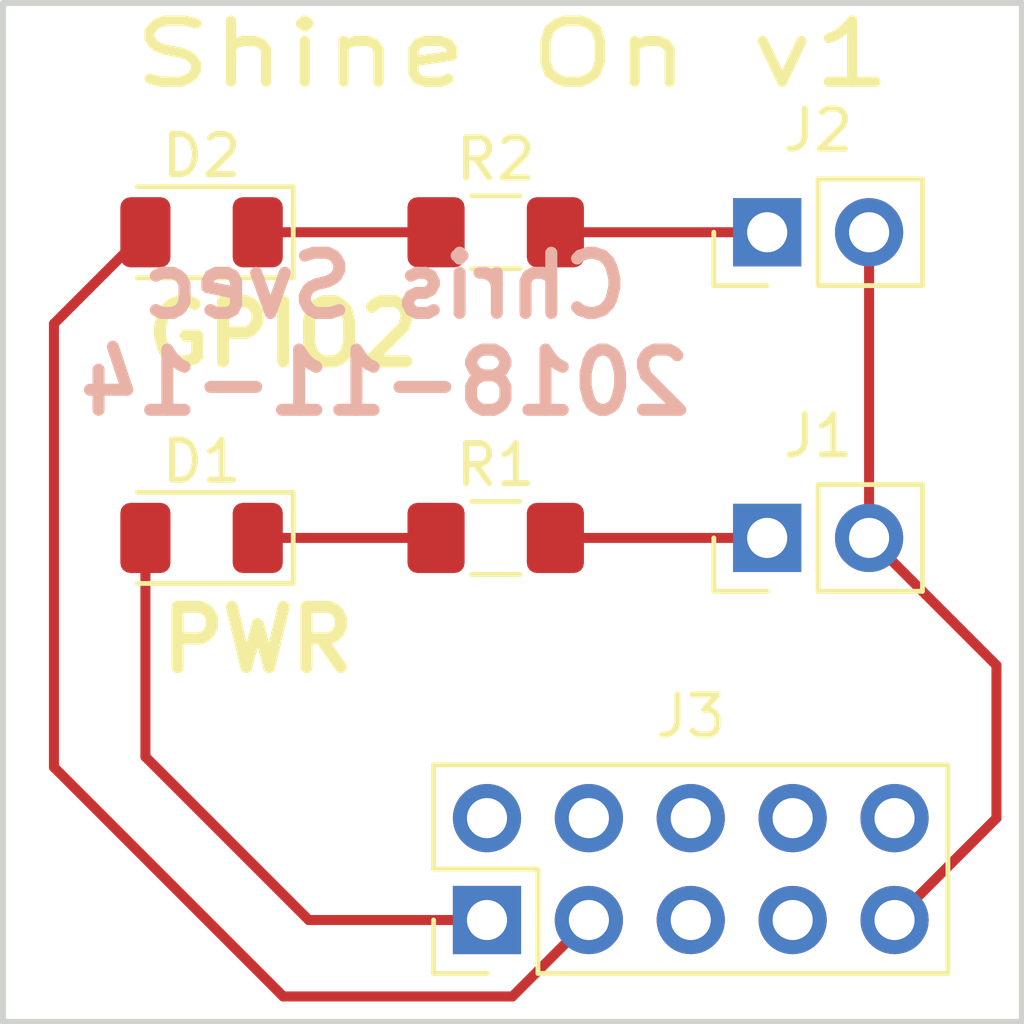
<source format=kicad_pcb>
(kicad_pcb (version 20171130) (host pcbnew "(5.0.1-3-g963ef8bb5)")

  (general
    (thickness 1.6)
    (drawings 8)
    (tracks 16)
    (zones 0)
    (modules 7)
    (nets 15)
  )

  (page A4)
  (layers
    (0 F.Cu signal)
    (31 B.Cu signal)
    (32 B.Adhes user)
    (33 F.Adhes user)
    (34 B.Paste user)
    (35 F.Paste user)
    (36 B.SilkS user)
    (37 F.SilkS user)
    (38 B.Mask user)
    (39 F.Mask user)
    (40 Dwgs.User user)
    (41 Cmts.User user)
    (42 Eco1.User user)
    (43 Eco2.User user)
    (44 Edge.Cuts user)
    (45 Margin user)
    (46 B.CrtYd user)
    (47 F.CrtYd user)
    (48 B.Fab user)
    (49 F.Fab user)
  )

  (setup
    (last_trace_width 0.25)
    (trace_clearance 0.2)
    (zone_clearance 0.508)
    (zone_45_only no)
    (trace_min 0.2)
    (segment_width 0.2)
    (edge_width 0.15)
    (via_size 0.8)
    (via_drill 0.4)
    (via_min_size 0.4)
    (via_min_drill 0.3)
    (uvia_size 0.3)
    (uvia_drill 0.1)
    (uvias_allowed no)
    (uvia_min_size 0.2)
    (uvia_min_drill 0.1)
    (pcb_text_width 0.3)
    (pcb_text_size 1.5 1.5)
    (mod_edge_width 0.15)
    (mod_text_size 1 1)
    (mod_text_width 0.15)
    (pad_size 1.524 1.524)
    (pad_drill 0.762)
    (pad_to_mask_clearance 0.051)
    (solder_mask_min_width 0.25)
    (aux_axis_origin 0 0)
    (visible_elements FFFFFF7F)
    (pcbplotparams
      (layerselection 0x010fc_ffffffff)
      (usegerberextensions false)
      (usegerberattributes false)
      (usegerberadvancedattributes false)
      (creategerberjobfile false)
      (excludeedgelayer true)
      (linewidth 0.100000)
      (plotframeref false)
      (viasonmask false)
      (mode 1)
      (useauxorigin false)
      (hpglpennumber 1)
      (hpglpenspeed 20)
      (hpglpendiameter 15.000000)
      (psnegative false)
      (psa4output false)
      (plotreference true)
      (plotvalue true)
      (plotinvisibletext false)
      (padsonsilk false)
      (subtractmaskfromsilk false)
      (outputformat 1)
      (mirror false)
      (drillshape 1)
      (scaleselection 1)
      (outputdirectory ""))
  )

  (net 0 "")
  (net 1 "Net-(D1-Pad1)")
  (net 2 "Net-(D1-Pad2)")
  (net 3 "Net-(D2-Pad2)")
  (net 4 "Net-(D2-Pad1)")
  (net 5 "Net-(J1-Pad2)")
  (net 6 "Net-(J2-Pad1)")
  (net 7 "Net-(J1-Pad1)")
  (net 8 "Net-(J3-Pad2)")
  (net 9 "Net-(J3-Pad4)")
  (net 10 "Net-(J3-Pad5)")
  (net 11 "Net-(J3-Pad6)")
  (net 12 "Net-(J3-Pad7)")
  (net 13 "Net-(J3-Pad8)")
  (net 14 "Net-(J3-Pad10)")

  (net_class Default "This is the default net class."
    (clearance 0.2)
    (trace_width 0.25)
    (via_dia 0.8)
    (via_drill 0.4)
    (uvia_dia 0.3)
    (uvia_drill 0.1)
    (add_net "Net-(D1-Pad1)")
    (add_net "Net-(D1-Pad2)")
    (add_net "Net-(D2-Pad1)")
    (add_net "Net-(D2-Pad2)")
    (add_net "Net-(J1-Pad1)")
    (add_net "Net-(J1-Pad2)")
    (add_net "Net-(J2-Pad1)")
    (add_net "Net-(J3-Pad10)")
    (add_net "Net-(J3-Pad2)")
    (add_net "Net-(J3-Pad4)")
    (add_net "Net-(J3-Pad5)")
    (add_net "Net-(J3-Pad6)")
    (add_net "Net-(J3-Pad7)")
    (add_net "Net-(J3-Pad8)")
  )

  (module LED_SMD:LED_1206_3216Metric (layer F.Cu) (tedit 5BECD7EA) (tstamp 5BF816E3)
    (at 144.65 121.285 180)
    (descr "LED SMD 1206 (3216 Metric), square (rectangular) end terminal, IPC_7351 nominal, (Body size source: http://www.tortai-tech.com/upload/download/2011102023233369053.pdf), generated with kicad-footprint-generator")
    (tags diode)
    (path /5BEB9201)
    (attr smd)
    (fp_text reference D1 (at 0 1.905 180) (layer F.SilkS)
      (effects (font (size 1 1) (thickness 0.15)))
    )
    (fp_text value LED (at 0 1.82 180) (layer F.Fab) hide
      (effects (font (size 1 1) (thickness 0.15)))
    )
    (fp_line (start 1.6 -0.8) (end -1.2 -0.8) (layer F.Fab) (width 0.1))
    (fp_line (start -1.2 -0.8) (end -1.6 -0.4) (layer F.Fab) (width 0.1))
    (fp_line (start -1.6 -0.4) (end -1.6 0.8) (layer F.Fab) (width 0.1))
    (fp_line (start -1.6 0.8) (end 1.6 0.8) (layer F.Fab) (width 0.1))
    (fp_line (start 1.6 0.8) (end 1.6 -0.8) (layer F.Fab) (width 0.1))
    (fp_line (start 1.6 -1.135) (end -2.285 -1.135) (layer F.SilkS) (width 0.12))
    (fp_line (start -2.285 -1.135) (end -2.285 1.135) (layer F.SilkS) (width 0.12))
    (fp_line (start -2.285 1.135) (end 1.6 1.135) (layer F.SilkS) (width 0.12))
    (fp_line (start -2.28 1.12) (end -2.28 -1.12) (layer F.CrtYd) (width 0.05))
    (fp_line (start -2.28 -1.12) (end 2.28 -1.12) (layer F.CrtYd) (width 0.05))
    (fp_line (start 2.28 -1.12) (end 2.28 1.12) (layer F.CrtYd) (width 0.05))
    (fp_line (start 2.28 1.12) (end -2.28 1.12) (layer F.CrtYd) (width 0.05))
    (fp_text user %R (at 0 0 180) (layer F.Fab)
      (effects (font (size 0.8 0.8) (thickness 0.12)))
    )
    (pad 1 smd roundrect (at -1.4 0 180) (size 1.25 1.75) (layers F.Cu F.Paste F.Mask) (roundrect_rratio 0.2)
      (net 1 "Net-(D1-Pad1)"))
    (pad 2 smd roundrect (at 1.4 0 180) (size 1.25 1.75) (layers F.Cu F.Paste F.Mask) (roundrect_rratio 0.2)
      (net 2 "Net-(D1-Pad2)"))
    (model ${KISYS3DMOD}/LED_SMD.3dshapes/LED_1206_3216Metric.wrl
      (at (xyz 0 0 0))
      (scale (xyz 1 1 1))
      (rotate (xyz 0 0 0))
    )
  )

  (module LED_SMD:LED_1206_3216Metric (layer F.Cu) (tedit 5BECD80A) (tstamp 5BF816F6)
    (at 144.65 113.665 180)
    (descr "LED SMD 1206 (3216 Metric), square (rectangular) end terminal, IPC_7351 nominal, (Body size source: http://www.tortai-tech.com/upload/download/2011102023233369053.pdf), generated with kicad-footprint-generator")
    (tags diode)
    (path /5BEB9358)
    (attr smd)
    (fp_text reference D2 (at 0 1.905 180) (layer F.SilkS)
      (effects (font (size 1 1) (thickness 0.15)))
    )
    (fp_text value LED (at 0 1.82 180) (layer F.Fab) hide
      (effects (font (size 1 1) (thickness 0.15)))
    )
    (fp_text user %R (at 0 0 180) (layer F.Fab)
      (effects (font (size 0.8 0.8) (thickness 0.12)))
    )
    (fp_line (start 2.28 1.12) (end -2.28 1.12) (layer F.CrtYd) (width 0.05))
    (fp_line (start 2.28 -1.12) (end 2.28 1.12) (layer F.CrtYd) (width 0.05))
    (fp_line (start -2.28 -1.12) (end 2.28 -1.12) (layer F.CrtYd) (width 0.05))
    (fp_line (start -2.28 1.12) (end -2.28 -1.12) (layer F.CrtYd) (width 0.05))
    (fp_line (start -2.285 1.135) (end 1.6 1.135) (layer F.SilkS) (width 0.12))
    (fp_line (start -2.285 -1.135) (end -2.285 1.135) (layer F.SilkS) (width 0.12))
    (fp_line (start 1.6 -1.135) (end -2.285 -1.135) (layer F.SilkS) (width 0.12))
    (fp_line (start 1.6 0.8) (end 1.6 -0.8) (layer F.Fab) (width 0.1))
    (fp_line (start -1.6 0.8) (end 1.6 0.8) (layer F.Fab) (width 0.1))
    (fp_line (start -1.6 -0.4) (end -1.6 0.8) (layer F.Fab) (width 0.1))
    (fp_line (start -1.2 -0.8) (end -1.6 -0.4) (layer F.Fab) (width 0.1))
    (fp_line (start 1.6 -0.8) (end -1.2 -0.8) (layer F.Fab) (width 0.1))
    (pad 2 smd roundrect (at 1.4 0 180) (size 1.25 1.75) (layers F.Cu F.Paste F.Mask) (roundrect_rratio 0.2)
      (net 3 "Net-(D2-Pad2)"))
    (pad 1 smd roundrect (at -1.4 0 180) (size 1.25 1.75) (layers F.Cu F.Paste F.Mask) (roundrect_rratio 0.2)
      (net 4 "Net-(D2-Pad1)"))
    (model ${KISYS3DMOD}/LED_SMD.3dshapes/LED_1206_3216Metric.wrl
      (at (xyz 0 0 0))
      (scale (xyz 1 1 1))
      (rotate (xyz 0 0 0))
    )
  )

  (module Connector_PinHeader_2.54mm:PinHeader_1x02_P2.54mm_Vertical (layer F.Cu) (tedit 5BECD7DB) (tstamp 5BF8170C)
    (at 158.75 121.285 90)
    (descr "Through hole straight pin header, 1x02, 2.54mm pitch, single row")
    (tags "Through hole pin header THT 1x02 2.54mm single row")
    (path /5BEC9AF5)
    (fp_text reference J1 (at 2.54 1.27 180) (layer F.SilkS)
      (effects (font (size 1 1) (thickness 0.15)))
    )
    (fp_text value Conn_01x02 (at 0 4.87 90) (layer F.Fab) hide
      (effects (font (size 1 1) (thickness 0.15)))
    )
    (fp_line (start -0.635 -1.27) (end 1.27 -1.27) (layer F.Fab) (width 0.1))
    (fp_line (start 1.27 -1.27) (end 1.27 3.81) (layer F.Fab) (width 0.1))
    (fp_line (start 1.27 3.81) (end -1.27 3.81) (layer F.Fab) (width 0.1))
    (fp_line (start -1.27 3.81) (end -1.27 -0.635) (layer F.Fab) (width 0.1))
    (fp_line (start -1.27 -0.635) (end -0.635 -1.27) (layer F.Fab) (width 0.1))
    (fp_line (start -1.33 3.87) (end 1.33 3.87) (layer F.SilkS) (width 0.12))
    (fp_line (start -1.33 1.27) (end -1.33 3.87) (layer F.SilkS) (width 0.12))
    (fp_line (start 1.33 1.27) (end 1.33 3.87) (layer F.SilkS) (width 0.12))
    (fp_line (start -1.33 1.27) (end 1.33 1.27) (layer F.SilkS) (width 0.12))
    (fp_line (start -1.33 0) (end -1.33 -1.33) (layer F.SilkS) (width 0.12))
    (fp_line (start -1.33 -1.33) (end 0 -1.33) (layer F.SilkS) (width 0.12))
    (fp_line (start -1.8 -1.8) (end -1.8 4.35) (layer F.CrtYd) (width 0.05))
    (fp_line (start -1.8 4.35) (end 1.8 4.35) (layer F.CrtYd) (width 0.05))
    (fp_line (start 1.8 4.35) (end 1.8 -1.8) (layer F.CrtYd) (width 0.05))
    (fp_line (start 1.8 -1.8) (end -1.8 -1.8) (layer F.CrtYd) (width 0.05))
    (fp_text user %R (at 0 1.27 180) (layer F.Fab)
      (effects (font (size 1 1) (thickness 0.15)))
    )
    (pad 1 thru_hole rect (at 0 0 90) (size 1.7 1.7) (drill 1) (layers *.Cu *.Mask)
      (net 7 "Net-(J1-Pad1)"))
    (pad 2 thru_hole oval (at 0 2.54 90) (size 1.7 1.7) (drill 1) (layers *.Cu *.Mask)
      (net 5 "Net-(J1-Pad2)"))
    (model ${KISYS3DMOD}/Connector_PinHeader_2.54mm.3dshapes/PinHeader_1x02_P2.54mm_Vertical.wrl
      (at (xyz 0 0 0))
      (scale (xyz 1 1 1))
      (rotate (xyz 0 0 0))
    )
  )

  (module Connector_PinHeader_2.54mm:PinHeader_1x02_P2.54mm_Vertical (layer F.Cu) (tedit 5BECD7E5) (tstamp 5BF81722)
    (at 158.75 113.665 90)
    (descr "Through hole straight pin header, 1x02, 2.54mm pitch, single row")
    (tags "Through hole pin header THT 1x02 2.54mm single row")
    (path /5BEC9C1C)
    (fp_text reference J2 (at 2.54 1.27 180) (layer F.SilkS)
      (effects (font (size 1 1) (thickness 0.15)))
    )
    (fp_text value Conn_01x02 (at 0 4.87 90) (layer F.Fab) hide
      (effects (font (size 1 1) (thickness 0.15)))
    )
    (fp_text user %R (at 0 1.27 180) (layer F.Fab)
      (effects (font (size 1 1) (thickness 0.15)))
    )
    (fp_line (start 1.8 -1.8) (end -1.8 -1.8) (layer F.CrtYd) (width 0.05))
    (fp_line (start 1.8 4.35) (end 1.8 -1.8) (layer F.CrtYd) (width 0.05))
    (fp_line (start -1.8 4.35) (end 1.8 4.35) (layer F.CrtYd) (width 0.05))
    (fp_line (start -1.8 -1.8) (end -1.8 4.35) (layer F.CrtYd) (width 0.05))
    (fp_line (start -1.33 -1.33) (end 0 -1.33) (layer F.SilkS) (width 0.12))
    (fp_line (start -1.33 0) (end -1.33 -1.33) (layer F.SilkS) (width 0.12))
    (fp_line (start -1.33 1.27) (end 1.33 1.27) (layer F.SilkS) (width 0.12))
    (fp_line (start 1.33 1.27) (end 1.33 3.87) (layer F.SilkS) (width 0.12))
    (fp_line (start -1.33 1.27) (end -1.33 3.87) (layer F.SilkS) (width 0.12))
    (fp_line (start -1.33 3.87) (end 1.33 3.87) (layer F.SilkS) (width 0.12))
    (fp_line (start -1.27 -0.635) (end -0.635 -1.27) (layer F.Fab) (width 0.1))
    (fp_line (start -1.27 3.81) (end -1.27 -0.635) (layer F.Fab) (width 0.1))
    (fp_line (start 1.27 3.81) (end -1.27 3.81) (layer F.Fab) (width 0.1))
    (fp_line (start 1.27 -1.27) (end 1.27 3.81) (layer F.Fab) (width 0.1))
    (fp_line (start -0.635 -1.27) (end 1.27 -1.27) (layer F.Fab) (width 0.1))
    (pad 2 thru_hole oval (at 0 2.54 90) (size 1.7 1.7) (drill 1) (layers *.Cu *.Mask)
      (net 5 "Net-(J1-Pad2)"))
    (pad 1 thru_hole rect (at 0 0 90) (size 1.7 1.7) (drill 1) (layers *.Cu *.Mask)
      (net 6 "Net-(J2-Pad1)"))
    (model ${KISYS3DMOD}/Connector_PinHeader_2.54mm.3dshapes/PinHeader_1x02_P2.54mm_Vertical.wrl
      (at (xyz 0 0 0))
      (scale (xyz 1 1 1))
      (rotate (xyz 0 0 0))
    )
  )

  (module Connector_PinHeader_2.54mm:PinHeader_2x05_P2.54mm_Vertical (layer F.Cu) (tedit 5BECD7A8) (tstamp 5BF81742)
    (at 151.765 130.81 90)
    (descr "Through hole straight pin header, 2x05, 2.54mm pitch, double rows")
    (tags "Through hole pin header THT 2x05 2.54mm double row")
    (path /5BEB98AD)
    (fp_text reference J3 (at 5.08 5.08 180) (layer F.SilkS)
      (effects (font (size 1 1) (thickness 0.15)))
    )
    (fp_text value Conn_02x05_Odd_Even (at 1.27 12.49 90) (layer F.Fab) hide
      (effects (font (size 1 1) (thickness 0.15)))
    )
    (fp_line (start 0 -1.27) (end 3.81 -1.27) (layer F.Fab) (width 0.1))
    (fp_line (start 3.81 -1.27) (end 3.81 11.43) (layer F.Fab) (width 0.1))
    (fp_line (start 3.81 11.43) (end -1.27 11.43) (layer F.Fab) (width 0.1))
    (fp_line (start -1.27 11.43) (end -1.27 0) (layer F.Fab) (width 0.1))
    (fp_line (start -1.27 0) (end 0 -1.27) (layer F.Fab) (width 0.1))
    (fp_line (start -1.33 11.49) (end 3.87 11.49) (layer F.SilkS) (width 0.12))
    (fp_line (start -1.33 1.27) (end -1.33 11.49) (layer F.SilkS) (width 0.12))
    (fp_line (start 3.87 -1.33) (end 3.87 11.49) (layer F.SilkS) (width 0.12))
    (fp_line (start -1.33 1.27) (end 1.27 1.27) (layer F.SilkS) (width 0.12))
    (fp_line (start 1.27 1.27) (end 1.27 -1.33) (layer F.SilkS) (width 0.12))
    (fp_line (start 1.27 -1.33) (end 3.87 -1.33) (layer F.SilkS) (width 0.12))
    (fp_line (start -1.33 0) (end -1.33 -1.33) (layer F.SilkS) (width 0.12))
    (fp_line (start -1.33 -1.33) (end 0 -1.33) (layer F.SilkS) (width 0.12))
    (fp_line (start -1.8 -1.8) (end -1.8 11.95) (layer F.CrtYd) (width 0.05))
    (fp_line (start -1.8 11.95) (end 4.35 11.95) (layer F.CrtYd) (width 0.05))
    (fp_line (start 4.35 11.95) (end 4.35 -1.8) (layer F.CrtYd) (width 0.05))
    (fp_line (start 4.35 -1.8) (end -1.8 -1.8) (layer F.CrtYd) (width 0.05))
    (fp_text user %R (at 1.27 5.08 180) (layer F.Fab)
      (effects (font (size 1 1) (thickness 0.15)))
    )
    (pad 1 thru_hole rect (at 0 0 90) (size 1.7 1.7) (drill 1) (layers *.Cu *.Mask)
      (net 2 "Net-(D1-Pad2)"))
    (pad 2 thru_hole oval (at 2.54 0 90) (size 1.7 1.7) (drill 1) (layers *.Cu *.Mask)
      (net 8 "Net-(J3-Pad2)"))
    (pad 3 thru_hole oval (at 0 2.54 90) (size 1.7 1.7) (drill 1) (layers *.Cu *.Mask)
      (net 3 "Net-(D2-Pad2)"))
    (pad 4 thru_hole oval (at 2.54 2.54 90) (size 1.7 1.7) (drill 1) (layers *.Cu *.Mask)
      (net 9 "Net-(J3-Pad4)"))
    (pad 5 thru_hole oval (at 0 5.08 90) (size 1.7 1.7) (drill 1) (layers *.Cu *.Mask)
      (net 10 "Net-(J3-Pad5)"))
    (pad 6 thru_hole oval (at 2.54 5.08 90) (size 1.7 1.7) (drill 1) (layers *.Cu *.Mask)
      (net 11 "Net-(J3-Pad6)"))
    (pad 7 thru_hole oval (at 0 7.62 90) (size 1.7 1.7) (drill 1) (layers *.Cu *.Mask)
      (net 12 "Net-(J3-Pad7)"))
    (pad 8 thru_hole oval (at 2.54 7.62 90) (size 1.7 1.7) (drill 1) (layers *.Cu *.Mask)
      (net 13 "Net-(J3-Pad8)"))
    (pad 9 thru_hole oval (at 0 10.16 90) (size 1.7 1.7) (drill 1) (layers *.Cu *.Mask)
      (net 5 "Net-(J1-Pad2)"))
    (pad 10 thru_hole oval (at 2.54 10.16 90) (size 1.7 1.7) (drill 1) (layers *.Cu *.Mask)
      (net 14 "Net-(J3-Pad10)"))
    (model ${KISYS3DMOD}/Connector_PinHeader_2.54mm.3dshapes/PinHeader_2x05_P2.54mm_Vertical.wrl
      (at (xyz 0 0 0))
      (scale (xyz 1 1 1))
      (rotate (xyz 0 0 0))
    )
  )

  (module Resistor_SMD:R_1206_3216Metric_Pad1.42x1.75mm_HandSolder (layer F.Cu) (tedit 5BECD7EF) (tstamp 5BF81753)
    (at 151.9825 121.285)
    (descr "Resistor SMD 1206 (3216 Metric), square (rectangular) end terminal, IPC_7351 nominal with elongated pad for handsoldering. (Body size source: http://www.tortai-tech.com/upload/download/2011102023233369053.pdf), generated with kicad-footprint-generator")
    (tags "resistor handsolder")
    (path /5BEB95CA)
    (attr smd)
    (fp_text reference R1 (at 0 -1.82) (layer F.SilkS)
      (effects (font (size 1 1) (thickness 0.15)))
    )
    (fp_text value 200 (at 0 1.82) (layer F.Fab) hide
      (effects (font (size 1 1) (thickness 0.15)))
    )
    (fp_line (start -1.6 0.8) (end -1.6 -0.8) (layer F.Fab) (width 0.1))
    (fp_line (start -1.6 -0.8) (end 1.6 -0.8) (layer F.Fab) (width 0.1))
    (fp_line (start 1.6 -0.8) (end 1.6 0.8) (layer F.Fab) (width 0.1))
    (fp_line (start 1.6 0.8) (end -1.6 0.8) (layer F.Fab) (width 0.1))
    (fp_line (start -0.602064 -0.91) (end 0.602064 -0.91) (layer F.SilkS) (width 0.12))
    (fp_line (start -0.602064 0.91) (end 0.602064 0.91) (layer F.SilkS) (width 0.12))
    (fp_line (start -2.45 1.12) (end -2.45 -1.12) (layer F.CrtYd) (width 0.05))
    (fp_line (start -2.45 -1.12) (end 2.45 -1.12) (layer F.CrtYd) (width 0.05))
    (fp_line (start 2.45 -1.12) (end 2.45 1.12) (layer F.CrtYd) (width 0.05))
    (fp_line (start 2.45 1.12) (end -2.45 1.12) (layer F.CrtYd) (width 0.05))
    (fp_text user %R (at 0 0) (layer F.Fab)
      (effects (font (size 0.8 0.8) (thickness 0.12)))
    )
    (pad 1 smd roundrect (at -1.4875 0) (size 1.425 1.75) (layers F.Cu F.Paste F.Mask) (roundrect_rratio 0.175439)
      (net 1 "Net-(D1-Pad1)"))
    (pad 2 smd roundrect (at 1.4875 0) (size 1.425 1.75) (layers F.Cu F.Paste F.Mask) (roundrect_rratio 0.175439)
      (net 7 "Net-(J1-Pad1)"))
    (model ${KISYS3DMOD}/Resistor_SMD.3dshapes/R_1206_3216Metric.wrl
      (at (xyz 0 0 0))
      (scale (xyz 1 1 1))
      (rotate (xyz 0 0 0))
    )
  )

  (module Resistor_SMD:R_1206_3216Metric_Pad1.42x1.75mm_HandSolder (layer F.Cu) (tedit 5BECD80E) (tstamp 5BF81764)
    (at 151.9825 113.665)
    (descr "Resistor SMD 1206 (3216 Metric), square (rectangular) end terminal, IPC_7351 nominal with elongated pad for handsoldering. (Body size source: http://www.tortai-tech.com/upload/download/2011102023233369053.pdf), generated with kicad-footprint-generator")
    (tags "resistor handsolder")
    (path /5BEB95F8)
    (attr smd)
    (fp_text reference R2 (at 0 -1.82) (layer F.SilkS)
      (effects (font (size 1 1) (thickness 0.15)))
    )
    (fp_text value 200 (at 0 1.82) (layer F.Fab) hide
      (effects (font (size 1 1) (thickness 0.15)))
    )
    (fp_text user %R (at 0 0) (layer F.Fab)
      (effects (font (size 0.8 0.8) (thickness 0.12)))
    )
    (fp_line (start 2.45 1.12) (end -2.45 1.12) (layer F.CrtYd) (width 0.05))
    (fp_line (start 2.45 -1.12) (end 2.45 1.12) (layer F.CrtYd) (width 0.05))
    (fp_line (start -2.45 -1.12) (end 2.45 -1.12) (layer F.CrtYd) (width 0.05))
    (fp_line (start -2.45 1.12) (end -2.45 -1.12) (layer F.CrtYd) (width 0.05))
    (fp_line (start -0.602064 0.91) (end 0.602064 0.91) (layer F.SilkS) (width 0.12))
    (fp_line (start -0.602064 -0.91) (end 0.602064 -0.91) (layer F.SilkS) (width 0.12))
    (fp_line (start 1.6 0.8) (end -1.6 0.8) (layer F.Fab) (width 0.1))
    (fp_line (start 1.6 -0.8) (end 1.6 0.8) (layer F.Fab) (width 0.1))
    (fp_line (start -1.6 -0.8) (end 1.6 -0.8) (layer F.Fab) (width 0.1))
    (fp_line (start -1.6 0.8) (end -1.6 -0.8) (layer F.Fab) (width 0.1))
    (pad 2 smd roundrect (at 1.4875 0) (size 1.425 1.75) (layers F.Cu F.Paste F.Mask) (roundrect_rratio 0.175439)
      (net 6 "Net-(J2-Pad1)"))
    (pad 1 smd roundrect (at -1.4875 0) (size 1.425 1.75) (layers F.Cu F.Paste F.Mask) (roundrect_rratio 0.175439)
      (net 4 "Net-(D2-Pad1)"))
    (model ${KISYS3DMOD}/Resistor_SMD.3dshapes/R_1206_3216Metric.wrl
      (at (xyz 0 0 0))
      (scale (xyz 1 1 1))
      (rotate (xyz 0 0 0))
    )
  )

  (gr_text "Chris Svec\n2018-11-14" (at 149.225 116.205) (layer B.SilkS)
    (effects (font (size 1.5 1.5) (thickness 0.3)) (justify mirror))
  )
  (gr_text GPIO2 (at 146.685 116.205) (layer F.SilkS)
    (effects (font (size 1.5 1.5) (thickness 0.3)))
  )
  (gr_text PWR (at 146.05 123.825) (layer F.SilkS)
    (effects (font (size 1.5 1.5) (thickness 0.3)))
  )
  (gr_text "Shine On v1" (at 152.4 109.22) (layer F.SilkS)
    (effects (font (size 1.524 2.032) (thickness 0.254)))
  )
  (gr_line (start 139.7 133.35) (end 165.1 133.35) (layer Edge.Cuts) (width 0.15))
  (gr_line (start 139.7 107.95) (end 139.7 133.35) (layer Edge.Cuts) (width 0.15))
  (gr_line (start 165.1 107.95) (end 139.7 107.95) (layer Edge.Cuts) (width 0.15))
  (gr_line (start 165.1 133.35) (end 165.1 107.95) (layer Edge.Cuts) (width 0.15))

  (segment (start 146.05 121.285) (end 150.495 121.285) (width 0.25) (layer F.Cu) (net 1))
  (segment (start 143.25 121.285) (end 143.25 126.74) (width 0.25) (layer F.Cu) (net 2))
  (segment (start 143.25 126.74) (end 147.32 130.81) (width 0.25) (layer F.Cu) (net 2))
  (segment (start 147.32 130.81) (end 151.765 130.81) (width 0.25) (layer F.Cu) (net 2))
  (segment (start 140.97 115.945) (end 143.25 113.665) (width 0.25) (layer F.Cu) (net 3))
  (segment (start 140.97 127) (end 140.97 115.945) (width 0.25) (layer F.Cu) (net 3))
  (segment (start 146.685 132.715) (end 140.97 127) (width 0.25) (layer F.Cu) (net 3))
  (segment (start 152.4 132.715) (end 146.685 132.715) (width 0.25) (layer F.Cu) (net 3))
  (segment (start 154.305 130.81) (end 152.4 132.715) (width 0.25) (layer F.Cu) (net 3))
  (segment (start 146.05 113.665) (end 150.495 113.665) (width 0.25) (layer F.Cu) (net 4))
  (segment (start 161.29 113.665) (end 161.29 121.285) (width 0.25) (layer F.Cu) (net 5))
  (segment (start 164.465 128.27) (end 164.465 124.46) (width 0.25) (layer F.Cu) (net 5))
  (segment (start 164.465 124.46) (end 161.29 121.285) (width 0.25) (layer F.Cu) (net 5))
  (segment (start 161.925 130.81) (end 164.465 128.27) (width 0.25) (layer F.Cu) (net 5))
  (segment (start 153.47 113.665) (end 158.75 113.665) (width 0.25) (layer F.Cu) (net 6))
  (segment (start 153.47 121.285) (end 158.75 121.285) (width 0.25) (layer F.Cu) (net 7))

)

</source>
